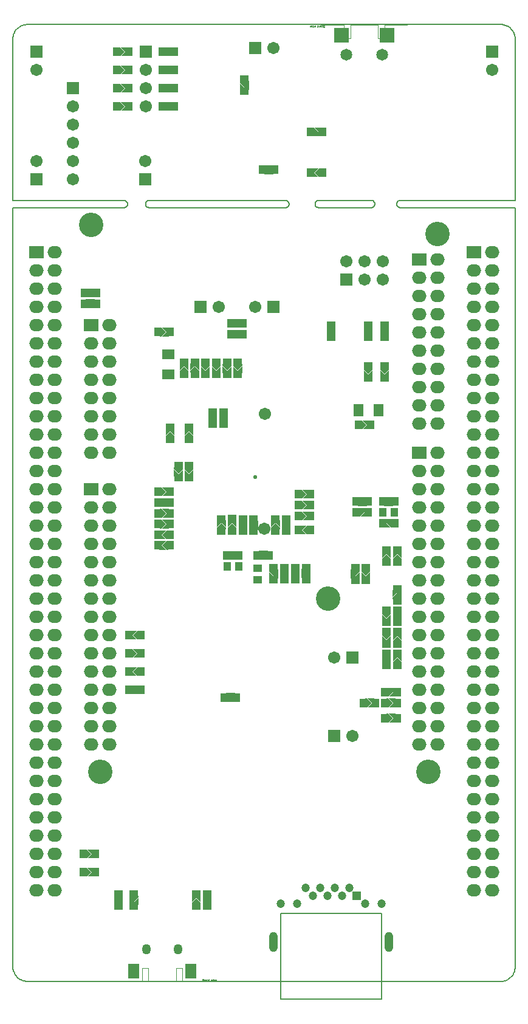
<source format=gbr>
%FSTAX23Y23*%
%MOIN*%
%SFA1B1*%

%IPPOS*%
%ADD55C,0.005000*%
%ADD70C,0.003940*%
%ADD71C,0.001970*%
%ADD101R,0.043430X0.047370*%
%ADD102R,0.047370X0.043430*%
%ADD105R,0.040000X0.048000*%
%ADD106R,0.048000X0.040000*%
%ADD107C,0.047370*%
%ADD131R,0.058000X0.068000*%
%ADD132R,0.068000X0.058000*%
%ADD142C,0.133980*%
%ADD143O,0.078870X0.067060*%
%ADD144R,0.078870X0.067060*%
%ADD145C,0.067060*%
%ADD146R,0.067060X0.067060*%
%ADD147O,0.049340X0.057210*%
%ADD148R,0.063120X0.082800*%
%ADD149R,0.078870X0.082800*%
%ADD150C,0.065090*%
%ADD151R,0.067060X0.067060*%
%ADD152O,0.047370X0.110360*%
%ADD153R,0.047370X0.047370*%
%ADD154C,0.023000*%
%LNmb1137-1*%
%LPD*%
G36*
X00767Y00137D02*
X00791Y00113D01*
X00753*
Y00137*
Y00161*
X00791*
X00767Y00137*
G37*
G36*
X00803Y00113D02*
X00793D01*
X00769Y00137*
X00793Y00161*
X00803*
Y00113*
G37*
G36*
X01705Y00121D02*
Y00111D01*
X01657*
Y00121*
X01681Y00145*
X01705Y00121*
G37*
G36*
X01027Y00049D02*
X01003Y00025D01*
X00979Y00049*
Y00059*
X01027*
Y00049*
G37*
G36*
X01646Y00121D02*
Y00111D01*
X01598*
Y00121*
X01622Y00145*
X01646Y00121*
G37*
G36*
X01705Y00123D02*
X01681Y00147D01*
X01657Y00123*
Y00161*
X01705*
Y00123*
G37*
G36*
X00389Y00192D02*
X00413Y00168D01*
X00375*
Y00192*
Y00216*
X00413*
X00389Y00192*
G37*
G36*
X01646Y00123D02*
X01622Y00147D01*
X01598Y00123*
Y00161*
X01646*
Y00123*
G37*
G36*
X00955Y00138D02*
X00931Y00114D01*
X00921*
Y00162*
X00931*
X00955Y00138*
G37*
G36*
X00971D02*
Y00114D01*
X00933*
X00957Y00138*
X00933Y00162*
X00971*
Y00138*
G37*
G36*
X01533Y00049D02*
X01509Y00025D01*
X01485Y00049*
Y00059*
X01533*
Y00049*
G37*
G36*
X01474Y00009D02*
X01426D01*
Y00047*
X0145Y00023*
X01474Y00047*
Y00009*
G37*
G36*
X01533D02*
X01485D01*
Y00047*
X01509Y00023*
X01533Y00047*
Y00009*
G37*
G36*
X01086Y00022D02*
Y00012D01*
X01038*
Y00022*
X01062Y00046*
X01086Y00022*
G37*
G36*
X01145Y00022D02*
Y00012D01*
X01097*
Y00022*
X01121Y00046*
X01145Y00022*
G37*
G36*
X01204D02*
Y00012D01*
X01156*
Y00022*
X0118Y00046*
X01204Y00022*
G37*
G36*
X01086Y00024D02*
X01062Y00048D01*
X01038Y00024*
Y00062*
X01086*
Y00024*
G37*
G36*
X01474Y00049D02*
X0145Y00025D01*
X01426Y00049*
Y00059*
X01474*
Y00049*
G37*
G36*
X01204Y00024D02*
X0118Y00048D01*
X01156Y00024*
Y00062*
X01204*
Y00024*
G37*
G36*
X01027Y00009D02*
X00979D01*
Y00047*
X01003Y00023*
X01027Y00047*
Y00009*
G37*
G36*
X01145Y00024D02*
X01121Y00048D01*
X01097Y00024*
Y00062*
X01145*
Y00024*
G37*
G36*
X00425Y00168D02*
X00415D01*
X00391Y00192*
X00415Y00216*
X00425*
Y00168*
G37*
G36*
X0074Y00293D02*
X00716Y00317D01*
X00692Y00293*
Y00331*
X0074*
Y00293*
G37*
G36*
X01037D02*
X01013Y00317D01*
X00989Y00293*
Y00331*
X01037*
Y00293*
G37*
G36*
X01096Y00278D02*
X01048D01*
Y00316*
X01072Y00292*
X01096Y00316*
Y00278*
G37*
G36*
X00858D02*
X0081D01*
Y00316*
X00834Y00292*
X00858Y00316*
Y00278*
G37*
G36*
X00917D02*
X00869D01*
Y00316*
X00893Y00292*
X00917Y00316*
Y00278*
G37*
G36*
X01096Y00318D02*
X01072Y00294D01*
X01048Y00318*
Y00328*
X01096*
Y00318*
G37*
G36*
X01182Y00354D02*
X01158Y0033D01*
X01148*
Y00378*
X01158*
X01182Y00354*
G37*
G36*
X00917Y00318D02*
X00893Y00294D01*
X00869Y00318*
Y00328*
X00917*
Y00318*
G37*
G36*
X00799Y00293D02*
X00775Y00317D01*
X00751Y00293*
Y00331*
X00799*
Y00293*
G37*
G36*
X00858Y00318D02*
X00834Y00294D01*
X0081Y00318*
Y00328*
X00858*
Y00318*
G37*
G36*
X01657Y0029D02*
X01647D01*
X01623Y00314*
X01647Y00338*
X01657*
Y0029*
G37*
G36*
X01195Y00252D02*
X01185D01*
X01161Y00276*
X01185Y003*
X01195*
Y00252*
G37*
G36*
X0074Y00291D02*
Y00281D01*
X00692*
Y00291*
X00716Y00315*
X0074Y00291*
G37*
G36*
X01159Y00276D02*
X01183Y00252D01*
X01145*
Y00276*
Y003*
X01183*
X01159Y00276*
G37*
G36*
X00389Y00251D02*
X00413Y00227D01*
X00375*
Y00251*
Y00275*
X00413*
X00389Y00251*
G37*
G36*
X00425Y00227D02*
X00415D01*
X00391Y00251*
X00415Y00275*
X00425*
Y00227*
G37*
G36*
X00428Y00309D02*
Y00285D01*
X0039*
X00414Y00309*
X0039Y00333*
X00428*
Y00309*
G37*
G36*
X01621Y00314D02*
X01645Y0029D01*
X01607*
Y00314*
Y00338*
X01645*
X01621Y00314*
G37*
G36*
X00412Y00309D02*
X00388Y00285D01*
X00378*
Y00333*
X00388*
X00412Y00309*
G37*
G36*
X01037Y00291D02*
Y00281D01*
X00989*
Y00291*
X01013Y00315*
X01037Y00291*
G37*
G36*
X00799Y00291D02*
Y00281D01*
X00751*
Y00291*
X00775Y00315*
X00799Y00291*
G37*
G36*
X01704Y-0009D02*
X0168Y-00066D01*
X01656Y-0009*
Y-00052*
X01704*
Y-0009*
G37*
G36*
X01539Y-00672D02*
X01515Y-00696D01*
X01505*
Y-00648*
X01515*
X01539Y-00672*
G37*
G36*
X01555D02*
Y-00696D01*
X01517*
X01541Y-00672*
X01517Y-00648*
X01555*
Y-00672*
G37*
G36*
X01673Y-00755D02*
Y-00779D01*
X01635*
X01659Y-00755*
X01635Y-00731*
X01673*
Y-00755*
G37*
G36*
X00018Y-015D02*
Y-01524D01*
X-00019*
X00004Y-015*
X-00019Y-01476*
X00018*
Y-015*
G37*
G36*
X01657Y-00755D02*
X01633Y-00779D01*
X01623*
Y-00731*
X01633*
X01657Y-00755*
G37*
G36*
X00791Y-00642D02*
Y-00666D01*
X00753*
X00777Y-00642*
X00753Y-00618*
X00791*
Y-00642*
G37*
G36*
X01657Y-00613D02*
X01633Y-00637D01*
X01623*
Y-00589*
X01633*
X01657Y-00613*
G37*
G36*
X00775Y-00642D02*
X00751Y-00666D01*
X00741*
Y-00618*
X00751*
X00775Y-00642*
G37*
G36*
X01657Y-00672D02*
X01633Y-00696D01*
X01623*
Y-00648*
X01633*
X01657Y-00672*
G37*
G36*
X01673D02*
Y-00696D01*
X01635*
X01659Y-00672*
X01635Y-00648*
X01673*
Y-00672*
G37*
G36*
X00002Y-015D02*
X-00021Y-01524D01*
X-00031*
Y-01476*
X-00021*
X00002Y-015*
G37*
G36*
X0026Y-01779D02*
X00212D01*
Y-01741*
X00236Y-01765*
X0026Y-01741*
Y-01779*
G37*
G36*
X00603Y-01764D02*
X00579Y-0174D01*
X00555Y-01764*
Y-01726*
X00603*
Y-01764*
G37*
G36*
X00175Y-01779D02*
X00127D01*
Y-01741*
X00151Y-01765*
X00175Y-01741*
Y-01779*
G37*
G36*
X00603Y-01766D02*
Y-01776D01*
X00555*
Y-01766*
X00579Y-01742*
X00603Y-01766*
G37*
G36*
X00662Y-01779D02*
X00614D01*
Y-01741*
X00638Y-01765*
X00662Y-01741*
Y-01779*
G37*
G36*
X00002Y-016D02*
X-00021Y-01624D01*
X-00031*
Y-01576*
X-00021*
X00002Y-016*
G37*
G36*
X00018D02*
Y-01624D01*
X-00019*
X00004Y-016*
X-00019Y-01576*
X00018*
Y-016*
G37*
G36*
X0026Y-01739D02*
X00236Y-01763D01*
X00212Y-01739*
Y-01729*
X0026*
Y-01739*
G37*
G36*
X00662Y-01739D02*
X00638Y-01763D01*
X00614Y-01739*
Y-01729*
X00662*
Y-01739*
G37*
G36*
X00175Y-01739D02*
X00151Y-01763D01*
X00127Y-01739*
Y-01729*
X00175*
Y-01739*
G37*
G36*
X01673Y-00613D02*
Y-00637D01*
X01635*
X01659Y-00613*
X01635Y-00589*
X01673*
Y-00613*
G37*
G36*
X00229Y-003D02*
X00253Y-00324D01*
X00215*
Y-003*
Y-00276*
X00253*
X00229Y-003*
G37*
G36*
X00265Y-00324D02*
X00255D01*
X00231Y-003*
X00255Y-00276*
X00265*
Y-00324*
G37*
G36*
X01646Y-00301D02*
X01622Y-00325D01*
X01598Y-00301*
Y-00291*
X01646*
Y-00301*
G37*
G36*
Y-00341D02*
X01598D01*
Y-00303*
X01622Y-00327*
X01646Y-00303*
Y-00341*
G37*
G36*
X01705Y-00327D02*
X01681Y-00303D01*
X01657Y-00327*
Y-00289*
X01705*
Y-00327*
G37*
G36*
X01645Y-00183D02*
X01621Y-00207D01*
X01597Y-00183*
Y-00173*
X01645*
Y-00183*
G37*
G36*
X01704Y-00092D02*
Y-00102D01*
X01656*
Y-00092*
X0168Y-00068*
X01704Y-00092*
G37*
G36*
X01705Y-00209D02*
X01681Y-00185D01*
X01657Y-00209*
Y-00171*
X01705*
Y-00209*
G37*
G36*
Y-00211D02*
Y-00221D01*
X01657*
Y-00211*
X01681Y-00187*
X01705Y-00211*
G37*
G36*
X01645Y-00223D02*
X01597D01*
Y-00185*
X01621Y-00209*
X01645Y-00185*
Y-00223*
G37*
G36*
X01705Y-00329D02*
Y-00339D01*
X01657*
Y-00329*
X01681Y-00305*
X01705Y-00329*
G37*
G36*
X00265Y-00524D02*
X00255D01*
X00231Y-005*
X00255Y-00476*
X00265*
Y-00524*
G37*
G36*
X01705Y-00446D02*
Y-00456D01*
X01657*
Y-00446*
X01681Y-00422*
X01705Y-00446*
G37*
G36*
X00229Y-005D02*
X00253Y-00524D01*
X00215*
Y-005*
Y-00476*
X00253*
X00229Y-005*
G37*
G36*
X0023Y-006D02*
X00254Y-00624D01*
X00216*
Y-006*
Y-00576*
X00254*
X0023Y-006*
G37*
G36*
X00266Y-00624D02*
X00256D01*
X00232Y-006*
X00256Y-00576*
X00266*
Y-00624*
G37*
G36*
X00252Y-004D02*
X00228Y-00424D01*
X00218*
Y-00376*
X00228*
X00252Y-004*
G37*
G36*
X00268D02*
Y-00424D01*
X0023*
X00254Y-004*
X0023Y-00376*
X00268*
Y-004*
G37*
G36*
X01646Y-00419D02*
X01622Y-00443D01*
X01598Y-00419*
Y-00409*
X01646*
Y-00419*
G37*
G36*
Y-00459D02*
X01598D01*
Y-00421*
X01622Y-00445*
X01646Y-00421*
Y-00459*
G37*
G36*
X01705Y-00444D02*
X01681Y-0042D01*
X01657Y-00444*
Y-00406*
X01705*
Y-00444*
G37*
G36*
X00827Y0141D02*
Y01386D01*
X00789*
X00813Y0141*
X00789Y01434*
X00827*
Y0141*
G37*
G36*
X-00013Y01518D02*
X0001Y01494D01*
X-00027*
Y01518*
Y01542*
X0001*
X-00013Y01518*
G37*
G36*
X00811Y0141D02*
X00787Y01386D01*
X00777*
Y01434*
X00787*
X00811Y0141*
G37*
G36*
X01636Y01341D02*
X01588D01*
Y01379*
X01612Y01355*
X01636Y01379*
Y01341*
G37*
G36*
Y01381D02*
X01612Y01357D01*
X01588Y01381*
Y01391*
X01636*
Y01381*
G37*
G36*
X01225Y02236D02*
X01249Y02212D01*
X01211*
Y02236*
Y0226*
X01249*
X01225Y02236*
G37*
G36*
X01261Y02212D02*
X01251D01*
X01227Y02236*
X01251Y0226*
X01261*
Y02212*
G37*
G36*
X00022Y01553D02*
X00012D01*
X-00011Y01577*
X00012Y01601*
X00022*
Y01553*
G37*
G36*
Y01494D02*
X00012D01*
X-00011Y01518*
X00012Y01542*
X00022*
Y01494*
G37*
G36*
X-00013Y01577D02*
X0001Y01553D01*
X-00027*
Y01577*
Y01601*
X0001*
X-00013Y01577*
G37*
G36*
X01546Y01354D02*
X01522Y01378D01*
X01498Y01354*
Y01392*
X01546*
Y01354*
G37*
G36*
X00811Y01351D02*
X00787Y01327D01*
X00777*
Y01375*
X00787*
X00811Y01351*
G37*
G36*
X00827D02*
Y01327D01*
X00789*
X00813Y01351*
X00789Y01375*
X00827*
Y01351*
G37*
G36*
X00771Y01177D02*
X00747Y01153D01*
X00723Y01177*
Y01187*
X00771*
Y01177*
G37*
G36*
X00652D02*
X00628Y01153D01*
X00604Y01177*
Y01187*
X00652*
Y01177*
G37*
G36*
X00712D02*
X00688Y01153D01*
X00664Y01177*
Y01187*
X00712*
Y01177*
G37*
G36*
X01546Y01352D02*
Y01342D01*
X01498*
Y01352*
X01522Y01376*
X01546Y01352*
G37*
G36*
X01342Y01354D02*
X01318Y01378D01*
X01294Y01354*
Y01392*
X01342*
Y01354*
G37*
G36*
Y01352D02*
Y01342D01*
X01294*
Y01352*
X01318Y01376*
X01342Y01352*
G37*
G36*
X00412Y01362D02*
X00388Y01338D01*
X00378*
Y01386*
X00388*
X00412Y01362*
G37*
G36*
X00428D02*
Y01338D01*
X0039*
X00414Y01362*
X0039Y01386*
X00428*
Y01362*
G37*
G36*
X00984Y02252D02*
X0096Y02228D01*
X0095*
Y02276*
X0096*
X00984Y02252*
G37*
G36*
X00202Y028D02*
Y02776D01*
X00164*
X00188Y028*
X00164Y02824*
X00202*
Y028*
G37*
G36*
X00434D02*
X0041Y02776D01*
X004*
Y02824*
X0041*
X00434Y028*
G37*
G36*
X00186D02*
X00162Y02776D01*
X00152*
Y02824*
X00162*
X00186Y028*
G37*
G36*
X00867Y02689D02*
X00819D01*
Y02727*
X00843Y02703*
X00867Y02727*
Y02689*
G37*
G36*
Y02729D02*
X00843Y02705D01*
X00819Y02729*
Y02739*
X00867*
Y02729*
G37*
G36*
X00434Y029D02*
X0041Y02876D01*
X004*
Y02924*
X0041*
X00434Y029*
G37*
G36*
X0045D02*
Y02876D01*
X00412*
X00436Y029*
X00412Y02924*
X0045*
Y029*
G37*
G36*
X00202D02*
Y02876D01*
X00164*
X00188Y029*
X00164Y02924*
X00202*
Y029*
G37*
G36*
X0045Y028D02*
Y02776D01*
X00412*
X00436Y028*
X00412Y02824*
X0045*
Y028*
G37*
G36*
X00186Y029D02*
X00162Y02876D01*
X00152*
Y02924*
X00162*
X00186Y029*
G37*
G36*
X0045Y027D02*
Y02676D01*
X00412*
X00436Y027*
X00412Y02724*
X0045*
Y027*
G37*
G36*
X00186Y026D02*
X00162Y02576D01*
X00152*
Y02624*
X00162*
X00186Y026*
G37*
G36*
X00202D02*
Y02576D01*
X00164*
X00188Y026*
X00164Y02624*
X00202*
Y026*
G37*
G36*
X01264Y0246D02*
Y02436D01*
X01226*
X0125Y0246*
X01226Y02484*
X01264*
Y0246*
G37*
G36*
X01Y02252D02*
Y02228D01*
X00962*
X00986Y02252*
X00962Y02276*
X01*
Y02252*
G37*
G36*
X01248Y0246D02*
X01224Y02436D01*
X01214*
Y02484*
X01224*
X01248Y0246*
G37*
G36*
X00202Y027D02*
Y02676D01*
X00164*
X00188Y027*
X00164Y02724*
X00202*
Y027*
G37*
G36*
X00434D02*
X0041Y02676D01*
X004*
Y02724*
X0041*
X00434Y027*
G37*
G36*
X00186D02*
X00162Y02676D01*
X00152*
Y02724*
X00162*
X00186Y027*
G37*
G36*
X00434Y026D02*
X0041Y02576D01*
X004*
Y02624*
X0041*
X00434Y026*
G37*
G36*
X0045D02*
Y02576D01*
X00412*
X00436Y026*
X00412Y02624*
X0045*
Y026*
G37*
G36*
X0083Y01177D02*
X00806Y01153D01*
X00782Y01177*
Y01187*
X0083*
Y01177*
G37*
G36*
X01198Y00473D02*
Y00449D01*
X0116*
X01184Y00473*
X0116Y00497*
X01198*
Y00473*
G37*
G36*
X00412Y00486D02*
X00388Y00462D01*
X00378*
Y0051*
X00388*
X00412Y00486*
G37*
G36*
X01182Y00473D02*
X01158Y00449D01*
X01148*
Y00497*
X01158*
X01182Y00473*
G37*
G36*
X01621Y00432D02*
X01645Y00408D01*
X01607*
Y00432*
Y00456*
X01645*
X01621Y00432*
G37*
G36*
X01657Y00408D02*
X01647D01*
X01623Y00432*
X01647Y00456*
X01657*
Y00408*
G37*
G36*
X00504Y0061D02*
X0048Y00586D01*
X00456Y0061*
Y0062*
X00504*
Y0061*
G37*
G36*
X00563D02*
X00539Y00586D01*
X00515Y0061*
Y0062*
X00563*
Y0061*
G37*
G36*
Y0057D02*
X00515D01*
Y00608*
X00539Y00584*
X00563Y00608*
Y0057*
G37*
G36*
X00428Y00486D02*
Y00462D01*
X0039*
X00414Y00486*
X0039Y0051*
X00428*
Y00486*
G37*
G36*
X00504Y0057D02*
X00456D01*
Y00608*
X0048Y00584*
X00504Y00608*
Y0057*
G37*
G36*
X01516Y00432D02*
Y00408D01*
X01478*
X01502Y00432*
X01478Y00456*
X01516*
Y00432*
G37*
G36*
X015Y00373D02*
X01476Y00349D01*
X01466*
Y00397*
X01476*
X015Y00373*
G37*
G36*
X01516D02*
Y00349D01*
X01478*
X01502Y00373*
X01478Y00397*
X01516*
Y00373*
G37*
G36*
X00428Y00368D02*
Y00344D01*
X0039*
X00414Y00368*
X0039Y00392*
X00428*
Y00368*
G37*
G36*
X01198Y00354D02*
Y0033D01*
X0116*
X01184Y00354*
X0116Y00378*
X01198*
Y00354*
G37*
G36*
X00412Y00368D02*
X00388Y00344D01*
X00378*
Y00392*
X00388*
X00412Y00368*
G37*
G36*
X00426Y00403D02*
X00416D01*
X00392Y00427*
X00416Y00451*
X00426*
Y00403*
G37*
G36*
X015Y00432D02*
X01476Y00408D01*
X01466*
Y00456*
X01476*
X015Y00432*
G37*
G36*
X0039Y00427D02*
X00414Y00403D01*
X00376*
Y00427*
Y00451*
X00414*
X0039Y00427*
G37*
G36*
X01182Y00414D02*
X01158Y0039D01*
X01148*
Y00438*
X01158*
X01182Y00414*
G37*
G36*
X01198D02*
Y0039D01*
X0116*
X01184Y00414*
X0116Y00438*
X01198*
Y00414*
G37*
G36*
X00459Y00793D02*
Y00783D01*
X00411*
Y00793*
X00435Y00817*
X00459Y00793*
G37*
G36*
X00594Y0115D02*
Y0114D01*
X00546*
Y0115*
X0057Y01174*
X00594Y0115*
G37*
G36*
X0083Y01137D02*
X00782D01*
Y01175*
X00806Y01151*
X0083Y01175*
Y01137*
G37*
G36*
X00535Y0115D02*
Y0114D01*
X00487*
Y0115*
X00511Y01174*
X00535Y0115*
G37*
G36*
X01546Y01157D02*
X01522Y01133D01*
X01498Y01157*
Y01167*
X01546*
Y01157*
G37*
G36*
X01636D02*
X01612Y01133D01*
X01588Y01157*
Y01167*
X01636*
Y01157*
G37*
G36*
X00535Y01152D02*
X00511Y01176D01*
X00487Y01152*
Y0119*
X00535*
Y01152*
G37*
G36*
X00594D02*
X0057Y01176D01*
X00546Y01152*
Y0119*
X00594*
Y01152*
G37*
G36*
X00771Y01137D02*
X00723D01*
Y01175*
X00747Y01151*
X00771Y01175*
Y01137*
G37*
G36*
X00652D02*
X00604D01*
Y01175*
X00628Y01151*
X00652Y01175*
Y01137*
G37*
G36*
X00712D02*
X00664D01*
Y01175*
X00688Y01151*
X00712Y01175*
Y01137*
G37*
G36*
X01636Y01117D02*
X01588D01*
Y01155*
X01612Y01131*
X01636Y01155*
Y01117*
G37*
G36*
X01512Y00853D02*
X01488Y00829D01*
X01478*
Y00877*
X01488*
X01512Y00853*
G37*
G36*
X01528D02*
Y00829D01*
X0149*
X01514Y00853*
X0149Y00877*
X01528*
Y00853*
G37*
G36*
X00563Y00795D02*
X00539Y00819D01*
X00515Y00795*
Y00833*
X00563*
Y00795*
G37*
G36*
Y00793D02*
Y00783D01*
X00515*
Y00793*
X00539Y00817*
X00563Y00793*
G37*
G36*
X00459Y00795D02*
X00435Y00819D01*
X00411Y00795*
Y00833*
X00459*
Y00795*
G37*
G36*
X00752Y0088D02*
X00728Y00904D01*
X00704Y0088*
Y00918*
X00752*
Y0088*
G37*
G36*
X01546Y01117D02*
X01498D01*
Y01155*
X01522Y01131*
X01546Y01155*
Y01117*
G37*
G36*
X00692Y0088D02*
X00668Y00904D01*
X00644Y0088*
Y00918*
X00692*
Y0088*
G37*
G36*
Y00878D02*
Y00868D01*
X00644*
Y00878*
X00668Y00902*
X00692Y00878*
G37*
G36*
X00752D02*
Y00868D01*
X00704*
Y00878*
X00728Y00902*
X00752Y00878*
G37*
G54D55*
X-00427Y-02121D02*
D01*
X-00427Y-02126*
X-00427Y-02132*
X-00426Y-02137*
X-00424Y-02142*
X-00423Y-02148*
X-0042Y-02153*
X-00418Y-02158*
X-00415Y-02162*
X-00412Y-02167*
X-00409Y-02171*
X-00405Y-02175*
X-00401Y-02179*
X-00397Y-02183*
X-00393Y-02186*
X-00388Y-02189*
X-00383Y-02191*
X-00378Y-02194*
X-00373Y-02196*
X-00368Y-02197*
X-00362Y-02198*
X-00357Y-02199*
X-00351Y-02199*
X-00349Y-02199*
X02249Y-02199D02*
D01*
X02254Y-02199*
X0226Y-02199*
X02265Y-02198*
X0227Y-02196*
X02276Y-02195*
X02281Y-02192*
X02286Y-0219*
X0229Y-02187*
X02295Y-02184*
X02299Y-02181*
X02303Y-02177*
X02307Y-02173*
X02311Y-02169*
X02314Y-02165*
X02317Y-0216*
X02319Y-02155*
X02322Y-0215*
X02324Y-02145*
X02325Y-0214*
X02326Y-02134*
X02327Y-02129*
X02327Y-02123*
X02327Y-02121*
X01698Y02085D02*
D01*
X01696Y02084*
X01695Y02084*
X01693Y02084*
X01692Y02084*
X01691Y02083*
X0169Y02083*
X01688Y02082*
X01687Y02082*
X01686Y02081*
X01685Y0208*
X01684Y02079*
X01683Y02078*
X01682Y02077*
X01681Y02076*
X0168Y02075*
X0168Y02073*
X01679Y02072*
X01679Y02071*
X01678Y0207*
X01678Y02068*
X01678Y02067*
X01678Y02066*
Y02064*
X01678Y02063*
X01678Y02061*
X01678Y0206*
X01679Y02059*
X01679Y02057*
X0168Y02056*
X0168Y02055*
X01681Y02054*
X01682Y02053*
X01683Y02052*
X01684Y02051*
X01685Y0205*
X01686Y02049*
X01687Y02048*
X01688Y02047*
X0169Y02047*
X01691Y02046*
X01692Y02046*
X01693Y02046*
X01695Y02045*
X01696Y02045*
X01698Y02045*
X0125Y02085D02*
D01*
X01248Y02084*
X01247Y02084*
X01245Y02084*
X01244Y02084*
X01243Y02083*
X01241Y02083*
X0124Y02082*
X01239Y02082*
X01238Y02081*
X01237Y0208*
X01236Y02079*
X01235Y02078*
X01234Y02077*
X01233Y02076*
X01232Y02075*
X01232Y02073*
X01231Y02072*
X01231Y02071*
X0123Y0207*
X0123Y02068*
X0123Y02067*
X0123Y02066*
Y02064*
X0123Y02063*
X0123Y02061*
X0123Y0206*
X01231Y02059*
X01231Y02057*
X01232Y02056*
X01232Y02055*
X01233Y02054*
X01234Y02053*
X01235Y02052*
X01236Y02051*
X01237Y0205*
X01238Y02049*
X01239Y02048*
X0124Y02047*
X01241Y02047*
X01243Y02046*
X01244Y02046*
X01245Y02046*
X01247Y02045*
X01248Y02045*
X0125Y02045*
X01538D02*
D01*
X01539Y02045*
X01541Y02045*
X01542Y02046*
X01544Y02046*
X01545Y02046*
X01546Y02047*
X01547Y02047*
X01549Y02048*
X0155Y02049*
X01551Y0205*
X01552Y02051*
X01553Y02052*
X01554Y02053*
X01554Y02054*
X01555Y02055*
X01556Y02056*
X01556Y02057*
X01557Y02059*
X01557Y0206*
X01557Y02061*
X01558Y02063*
X01558Y02064*
Y02066*
X01558Y02067*
X01557Y02068*
X01557Y0207*
X01557Y02071*
X01556Y02072*
X01556Y02073*
X01555Y02075*
X01554Y02076*
X01554Y02077*
X01553Y02078*
X01552Y02079*
X01551Y0208*
X0155Y02081*
X01549Y02082*
X01547Y02082*
X01546Y02083*
X01545Y02083*
X01544Y02084*
X01542Y02084*
X01541Y02084*
X01539Y02084*
X01538Y02085*
X00182Y02045D02*
D01*
X00183Y02045*
X00185Y02045*
X00186Y02046*
X00187Y02046*
X00189Y02046*
X0019Y02047*
X00191Y02047*
X00192Y02048*
X00193Y02049*
X00194Y0205*
X00195Y02051*
X00196Y02052*
X00197Y02053*
X00198Y02054*
X00199Y02055*
X00199Y02056*
X002Y02057*
X00201Y02059*
X00201Y0206*
X00201Y02061*
X00201Y02063*
X00201Y02064*
Y02066*
X00201Y02067*
X00201Y02068*
X00201Y0207*
X00201Y02071*
X002Y02072*
X00199Y02073*
X00199Y02075*
X00198Y02076*
X00197Y02077*
X00196Y02078*
X00195Y02079*
X00194Y0208*
X00193Y02081*
X00192Y02082*
X00191Y02082*
X0019Y02083*
X00189Y02083*
X00187Y02084*
X00186Y02084*
X00185Y02084*
X00183Y02084*
X00182Y02085*
X0032D02*
D01*
X00318Y02084*
X00317Y02084*
X00315Y02084*
X00314Y02084*
X00313Y02083*
X00312Y02083*
X0031Y02082*
X00309Y02082*
X00308Y02081*
X00307Y0208*
X00306Y02079*
X00305Y02078*
X00304Y02077*
X00303Y02076*
X00303Y02075*
X00302Y02073*
X00301Y02072*
X00301Y02071*
X003Y0207*
X003Y02068*
X003Y02067*
X003Y02066*
Y02064*
X003Y02063*
X003Y02061*
X003Y0206*
X00301Y02059*
X00301Y02057*
X00302Y02056*
X00303Y02055*
X00303Y02054*
X00304Y02053*
X00305Y02052*
X00306Y02051*
X00307Y0205*
X00308Y02049*
X00309Y02048*
X0031Y02047*
X00312Y02047*
X00313Y02046*
X00314Y02046*
X00315Y02046*
X00317Y02045*
X00318Y02045*
X0032Y02045*
X01068D02*
D01*
X01069Y02045*
X0107Y02045*
X01072Y02046*
X01073Y02046*
X01074Y02046*
X01076Y02047*
X01077Y02047*
X01078Y02048*
X01079Y02049*
X0108Y0205*
X01081Y02051*
X01082Y02052*
X01083Y02053*
X01084Y02054*
X01085Y02055*
X01085Y02056*
X01086Y02057*
X01086Y02059*
X01087Y0206*
X01087Y02061*
X01087Y02063*
X01087Y02064*
Y02066*
X01087Y02067*
X01087Y02068*
X01087Y0207*
X01086Y02071*
X01086Y02072*
X01085Y02073*
X01085Y02075*
X01084Y02076*
X01083Y02077*
X01082Y02078*
X01081Y02079*
X0108Y0208*
X01079Y02081*
X01078Y02082*
X01077Y02082*
X01076Y02083*
X01074Y02083*
X01073Y02084*
X01072Y02084*
X0107Y02084*
X01069Y02084*
X01068Y02085*
X-00349Y03049D02*
D01*
X-00354Y03049*
X-0036Y03048*
X-00365Y03047*
X-0037Y03046*
X-00376Y03044*
X-00381Y03042*
X-00386Y0304*
X-0039Y03037*
X-00395Y03034*
X-00399Y03031*
X-00403Y03027*
X-00407Y03023*
X-00411Y03019*
X-00414Y03014*
X-00417Y0301*
X-00419Y03005*
X-00422Y03*
X-00424Y02995*
X-00425Y02989*
X-00426Y02984*
X-00427Y02979*
X-00427Y02973*
X-00427Y0297*
X02327D02*
D01*
X02327Y02976*
X02327Y02981*
X02326Y02987*
X02324Y02992*
X02323Y02997*
X02321Y03002*
X02318Y03007*
X02315Y03012*
X02312Y03017*
X02309Y03021*
X02305Y03025*
X02301Y03029*
X02297Y03032*
X02293Y03036*
X02288Y03039*
X02283Y03041*
X02278Y03043*
X02273Y03045*
X02268Y03047*
X02262Y03048*
X02257Y03049*
X02251Y03049*
X02249Y03049*
X-00349Y-022D02*
X02249D01*
X0125Y02045D02*
X01538D01*
X0125Y02085D02*
X01538D01*
X-00349Y03049D02*
X02249D01*
X0032Y02045D02*
X01068D01*
X0032Y02085D02*
X01068D01*
X01698Y02045D02*
X02327D01*
X01698Y02085D02*
X02327D01*
X-00427D02*
X00182D01*
X-00427Y02045D02*
X00182D01*
X-00427Y02085D02*
Y0297D01*
X02327Y-02121D02*
Y02045D01*
Y02085D02*
Y0297D01*
D01*
X-00427Y-02121D02*
Y02045D01*
X01043Y-01825D02*
X01594D01*
X01043Y-02297D02*
Y-01825D01*
X01594Y-02297D02*
Y-01825D01*
X01043Y-02297D02*
X01594D01*
X01043Y-02199D02*
X01594D01*
G54D70*
X00155Y-02199D02*
X0028D01*
Y-02125*
X00316*
Y-02199D02*
Y-02125D01*
Y-02199D02*
X00392D01*
X00467*
Y-02125*
X00503*
Y-02199D02*
Y-02125D01*
Y-02199D02*
X00628D01*
X01263Y03047D02*
X01388D01*
Y02973D02*
Y03047D01*
Y02973D02*
X01424D01*
Y03047*
X015*
X01575*
Y02973D02*
Y03047D01*
Y02973D02*
X01611D01*
Y03047*
X01736*
G54D71*
X00612Y-02186D02*
Y-02194D01*
X00615*
X00617Y-02193*
Y-02192*
X00615Y-0219*
X00612*
X00615*
X00617Y-02189*
Y-02188*
X00615Y-02186*
X00612*
X00621Y-02194D02*
X00623D01*
X00625Y-02193*
Y-0219*
X00623Y-02189*
X00621*
X00619Y-0219*
Y-02193*
X00621Y-02194*
X00629Y-02189D02*
X00631D01*
X00632Y-0219*
Y-02194*
X00629*
X00627Y-02193*
X00629Y-02192*
X00632*
X00635Y-02189D02*
Y-02194D01*
Y-02192*
X00636Y-0219*
X00638Y-02189*
X00639*
X00648Y-02186D02*
Y-02194D01*
X00644*
X00643Y-02193*
Y-0219*
X00644Y-02189*
X00648*
X00663Y-02194D02*
X0066D01*
X00659Y-02193*
Y-0219*
X0066Y-02189*
X00663*
X00664Y-0219*
Y-02192*
X00659*
X00672Y-02186D02*
Y-02194D01*
X00668*
X00667Y-02193*
Y-0219*
X00668Y-02189*
X00672*
X00677Y-02197D02*
X00678D01*
X0068Y-02195*
Y-02189*
X00676*
X00674Y-0219*
Y-02193*
X00676Y-02194*
X0068*
X00686D02*
X00684D01*
X00682Y-02193*
Y-0219*
X00684Y-02189*
X00686*
X00688Y-0219*
Y-02192*
X00682*
X0128Y03034D02*
Y03042D01*
X01276*
X01274Y03041*
Y0304*
X01276Y03038*
X0128*
X01276*
X01274Y03037*
Y03036*
X01276Y03034*
X0128*
X0127Y03042D02*
X01268D01*
X01266Y03041*
Y03038*
X01268Y03037*
X0127*
X01272Y03038*
Y03041*
X0127Y03042*
X01262Y03037D02*
X0126D01*
X01259Y03038*
Y03042*
X01262*
X01264Y03041*
X01262Y0304*
X01259*
X01256Y03037D02*
Y03042D01*
Y0304*
X01255Y03038*
X01253Y03037*
X01252*
X01243Y03034D02*
Y03042D01*
X01247*
X01248Y03041*
Y03038*
X01247Y03037*
X01243*
X01228Y03042D02*
X01231D01*
X01232Y03041*
Y03038*
X01231Y03037*
X01228*
X01227Y03038*
Y0304*
X01232*
X01219Y03034D02*
Y03042D01*
X01223*
X01224Y03041*
Y03038*
X01223Y03037*
X01219*
X01214Y03045D02*
X01213D01*
X01211Y03043*
Y03037*
X01215*
X01217Y03038*
Y03041*
X01215Y03042*
X01211*
X01205D02*
X01207D01*
X01209Y03041*
Y03038*
X01207Y03037*
X01205*
X01203Y03038*
Y0304*
X01209*
G54D101*
X00811Y00078D03*
X00748D03*
X01602Y00373D03*
X01665D03*
G54D102*
X00916Y00005D03*
Y00068D03*
G54D105*
X01613Y-00672D03*
X0168D03*
X01495D03*
X01562D03*
X0039Y029D03*
X00457D03*
X0039Y028D03*
X00457D03*
X0039Y027D03*
X00457D03*
X0039Y026D03*
X00457D03*
X00142Y029D03*
X00209D03*
X00142Y028D03*
X00209D03*
X00142Y027D03*
X00209D03*
X00142Y026D03*
X00209D03*
X-00034Y01577D03*
X00032D03*
X-00034Y01518D03*
X00032D03*
X00731Y-00642D03*
X00798D03*
X00368Y00486D03*
X00435D03*
X00767Y01351D03*
X00834D03*
X00767Y0141D03*
X00834D03*
X01138Y00473D03*
X01205D03*
X00368Y01362D03*
X00435D03*
X00275Y-003D03*
X00208D03*
X00276Y-006D03*
X00209D03*
X00208Y-004D03*
X00275D03*
Y-005D03*
X00208D03*
X01456Y00432D03*
X01523D03*
X01456Y00373D03*
X01523D03*
X01613Y-00755D03*
X0168D03*
X01613Y-00613D03*
X0168D03*
X01138Y00414D03*
X01205D03*
X00911Y00138D03*
X00978D03*
X01138Y00354D03*
X01205D03*
Y00276D03*
X01138D03*
X00368Y00309D03*
X00435D03*
X00368Y00368D03*
X00435D03*
X-00041Y-015D03*
X00025D03*
X-00041Y-016D03*
X00025D03*
X00435Y00251D03*
X00368D03*
X00435Y00192D03*
X00368D03*
X01468Y00853D03*
X01535D03*
X00813Y00137D03*
X00745D03*
X01271Y02236D03*
X01204D03*
Y0246D03*
X01271D03*
X0094Y02252D03*
X01007D03*
X00368Y00427D03*
X00436D03*
X016Y00314D03*
X01667D03*
X016Y00432D03*
X01667D03*
G54D106*
X01522Y014D03*
Y01332D03*
X01612Y01334D03*
Y01401D03*
X01522Y01177D03*
Y0111D03*
X01612Y01177D03*
Y0111D03*
X00747Y01197D03*
Y0113D03*
X00688Y01197D03*
Y0113D03*
X00236Y-01719D03*
Y-01786D03*
X00579D03*
Y-01719D03*
X00638Y-01719D03*
Y-01786D03*
X00806Y01197D03*
Y0113D03*
X01121Y00002D03*
Y00069D03*
X01062Y00002D03*
Y00069D03*
X01318Y01332D03*
Y014D03*
X01681Y-00349D03*
Y-00281D03*
Y00101D03*
Y00168D03*
X01622Y00101D03*
Y00168D03*
X01681Y-00231D03*
Y-00163D03*
Y-00466D03*
Y-00399D03*
X00775Y00271D03*
Y00339D03*
X00539Y0063D03*
Y00562D03*
X0048Y0063D03*
Y00562D03*
X00435Y00773D03*
Y0084D03*
X00539Y00773D03*
Y0084D03*
X01621Y-00163D03*
Y-00231D03*
X01622Y-00281D03*
Y-00349D03*
X00893Y00338D03*
Y00271D03*
X0118Y00002D03*
Y00069D03*
X01622Y-00399D03*
Y-00467D03*
X00834Y00338D03*
Y00271D03*
X01003Y00069D03*
Y00002D03*
X01013Y00271D03*
Y00338D03*
X00716Y00271D03*
Y00338D03*
X0057Y0113D03*
Y01197D03*
X00511Y0113D03*
Y01197D03*
X01072Y00338D03*
Y00271D03*
X00668Y00858D03*
Y00925D03*
X00728Y00858D03*
Y00925D03*
X00628Y01197D03*
Y0113D03*
X00843Y02749D03*
Y02682D03*
X0168Y-00045D03*
Y-00112D03*
X01509Y00001D03*
Y00069D03*
X0145Y00001D03*
Y00069D03*
X00151Y-01786D03*
Y-01719D03*
G54D107*
X01506Y-01773D03*
X01178Y-01687D03*
X01218Y-0173D03*
X01258Y-01687D03*
X01298Y-0173D03*
X01339Y-01687D03*
X01379Y-0173D03*
X01419Y-01687D03*
X01596Y-01773D03*
X01131D03*
X01041D03*
G54D131*
X01578Y00932D03*
X01468D03*
G54D132*
X00425Y0124D03*
Y0113D03*
G54D142*
X013Y-001D03*
X019Y019D03*
X0Y0195D03*
X0005Y-0105D03*
X0185D03*
G54D143*
X019Y-009D03*
X018D03*
Y-008D03*
X019D03*
Y-002D03*
X018D03*
X019Y007D03*
X018Y006D03*
X019D03*
X018Y005D03*
X019D03*
X018Y004D03*
X019D03*
X018Y003D03*
X019D03*
X018Y002D03*
X019D03*
Y0D03*
X018D03*
X019Y001D03*
X018D03*
Y-001D03*
X019D03*
Y-006D03*
X018D03*
Y-004D03*
X019D03*
X018Y-005D03*
X019D03*
Y-003D03*
X018D03*
Y-007D03*
X019D03*
Y0096D03*
X018D03*
Y0116D03*
X019D03*
X018Y0106D03*
X019D03*
Y0126D03*
X018D03*
X019Y0136D03*
X018D03*
X019Y0146D03*
X018D03*
X019Y0156D03*
X018D03*
X019Y0166D03*
X018D03*
X019Y0176D03*
X018Y0086D03*
X019D03*
X001Y-004D03*
X0D03*
X001Y005D03*
X0Y004D03*
X001D03*
X0Y003D03*
X001D03*
X0Y002D03*
X001D03*
X0Y001D03*
X001D03*
X0Y0D03*
X001D03*
Y-002D03*
X0D03*
X001Y-001D03*
X0D03*
Y-003D03*
X001D03*
Y-008D03*
X0D03*
Y-006D03*
X001D03*
X0Y-007D03*
X001D03*
Y-005D03*
X0D03*
Y-009D03*
X001D03*
X0Y008D03*
X001D03*
X0Y007D03*
X001D03*
Y009D03*
X0D03*
X001Y01D03*
X0D03*
X001Y011D03*
X0D03*
X001Y012D03*
X0D03*
X001Y013D03*
X0D03*
X001Y014D03*
X022Y-01701D03*
X021D03*
X022Y01799D03*
X021Y01399D03*
Y01499D03*
Y01599D03*
Y01699D03*
Y01299D03*
Y00799D03*
Y01199D03*
Y01099D03*
Y00999D03*
Y00899D03*
Y00299D03*
Y00699D03*
Y00599D03*
Y00499D03*
Y00399D03*
Y-00201D03*
Y00199D03*
Y00099D03*
Y-00001D03*
Y-00101D03*
Y-00301D03*
Y-00401D03*
Y-00501D03*
Y-00601D03*
Y-01601D03*
Y-01501D03*
Y-01401D03*
Y-01301D03*
Y-01101D03*
Y-01001D03*
Y-00901D03*
Y-00801D03*
Y-01201D03*
Y-00701D03*
X022D03*
Y-01201D03*
Y-00801D03*
Y-00901D03*
Y-01001D03*
Y-01101D03*
Y-01301D03*
Y-01401D03*
Y-01501D03*
Y-01601D03*
Y-00601D03*
Y-00501D03*
Y-00401D03*
Y-00301D03*
Y-00101D03*
Y-00001D03*
Y00099D03*
Y00199D03*
Y-00201D03*
Y00399D03*
Y00499D03*
Y00599D03*
Y00699D03*
Y00299D03*
Y00899D03*
Y00999D03*
Y01099D03*
Y01199D03*
Y00799D03*
Y01299D03*
Y01699D03*
Y01599D03*
Y01499D03*
Y01399D03*
X-002Y-017D03*
X-003D03*
X-002Y018D03*
X-003Y014D03*
Y015D03*
Y016D03*
Y017D03*
Y013D03*
Y008D03*
Y012D03*
Y011D03*
Y01D03*
Y009D03*
Y003D03*
Y007D03*
Y006D03*
Y005D03*
Y004D03*
Y-002D03*
Y002D03*
Y001D03*
Y0D03*
Y-001D03*
Y-003D03*
Y-004D03*
Y-005D03*
Y-006D03*
Y-016D03*
Y-015D03*
Y-014D03*
Y-013D03*
Y-011D03*
Y-01D03*
Y-009D03*
Y-008D03*
Y-012D03*
Y-007D03*
X-002D03*
Y-012D03*
Y-008D03*
Y-009D03*
Y-01D03*
Y-011D03*
Y-013D03*
Y-014D03*
Y-015D03*
Y-016D03*
Y-006D03*
Y-005D03*
Y-004D03*
Y-003D03*
Y-001D03*
Y0D03*
Y001D03*
Y002D03*
Y-002D03*
Y004D03*
Y005D03*
Y006D03*
Y007D03*
Y003D03*
Y009D03*
Y01D03*
Y011D03*
Y012D03*
Y008D03*
Y013D03*
Y017D03*
Y016D03*
Y015D03*
Y014D03*
G54D144*
X018Y007D03*
Y0176D03*
X0Y005D03*
Y014D03*
X021Y01799D03*
X-003Y018D03*
G54D145*
X01435Y-00854D03*
X007Y015D03*
X00954Y00914D03*
X00953Y00285D03*
X01335Y-00422D03*
X009Y015D03*
X-003Y023D03*
X01Y0292D03*
X-003Y028D03*
X022D03*
X00299Y023D03*
X003Y026D03*
Y027D03*
Y028D03*
X-001Y023D03*
Y024D03*
Y025D03*
Y026D03*
Y022D03*
X014Y0175D03*
X015Y0165D03*
Y0175D03*
X016Y0165D03*
Y0175D03*
G54D146*
X01335Y-00854D03*
X006Y015D03*
X01435Y-00422D03*
X01Y015D03*
X009Y0292D03*
X014Y0165D03*
G54D147*
X00479Y-02024D03*
X00304D03*
G54D148*
X00234Y-02142D03*
X00549D03*
G54D149*
X01374Y02991D03*
X01625D03*
G54D150*
X01598Y02885D03*
X01401D03*
G54D151*
X-003Y022D03*
Y029D03*
X022D03*
X00299Y022D03*
X003Y029D03*
X-001Y027D03*
G54D152*
X01635Y-01982D03*
X01002D03*
G54D153*
X01459Y-0173D03*
G54D154*
X009Y00566D03*
M02*
</source>
